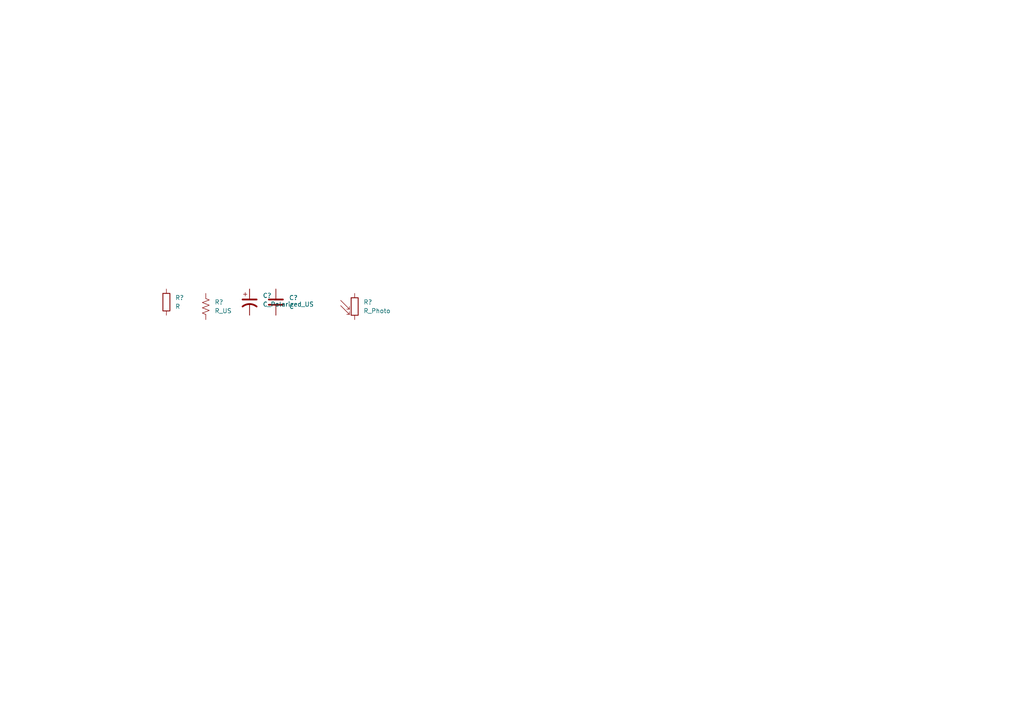
<source format=kicad_sch>
(kicad_sch (version 20211123) (generator eeschema)
  (paper "A4")
  (lib_symbols
    (symbol "Device:C" (pin_numbers hide) (pin_names (offset 0.254))
      (property "Reference" "C" (at 0.635 2.54 0))
      (property "Value" "C" (at 0.635 -2.54 0))
      (symbol "C_0_1"
        (polyline (pts (xy -2.032 -0.762) (xy 2.032 -0.762)) (stroke (width 0.508)))
        (polyline (pts (xy -2.032 0.762) (xy 2.032 0.762)) (stroke (width 0.508)))
      )
      (symbol "C_1_1"
        (pin passive line (at 0 3.81 270) (length 2.794) (name "~") (number "1"))
        (pin passive line (at 0 -3.81 90) (length 2.794) (name "~") (number "2"))
      )
    )
    (symbol "Device:C_Polarized_US" (pin_numbers hide) (pin_names (offset 0.254) hide)
      (property "Reference" "C" (at 0.635 2.54 0))
      (property "Value" "C_Polarized_US" (at 0.635 -2.54 0))
      (symbol "C_Polarized_US_0_1"
        (polyline (pts (xy -2.032 0.762) (xy 2.032 0.762)) (stroke (width 0.508)))
        (polyline (pts (xy -1.778 2.286) (xy -0.762 2.286)))
        (polyline (pts (xy -1.27 1.778) (xy -1.27 2.794)))
        (arc (start 2.032 -1.27) (mid 0 -0.5572) (end -2.032 -1.27) (stroke (width 0.508)))
      )
      (symbol "C_Polarized_US_1_1"
        (pin passive line (at 0 3.81 270) (length 2.794) (name "~") (number "1"))
        (pin passive line (at 0 -3.81 90) (length 3.302) (name "~") (number "2"))
      )
    )
    (symbol "Device:R" (pin_numbers hide) (pin_names (offset 0))
      (property "Reference" "R" (at 2.032 0 90))
      (property "Value" "R" (at 0 0 90))
      (symbol "R_0_1"
        (rectangle (start -1.016 -2.54) (end 1.016 2.54) (stroke (width 0.254)))
      )
      (symbol "R_1_1"
        (pin passive line (at 0 3.81 270) (length 1.27) (name "~") (number "1"))
        (pin passive line (at 0 -3.81 90) (length 1.27) (name "~") (number "2"))
      )
    )
    (symbol "Device:R_Photo" (pin_numbers hide) (pin_names (offset 0))
      (property "Reference" "R" (at 1.27 1.27 0))
      (property "Value" "R_Photo" (at 1.27 0 0))
      (symbol "R_Photo_0_1"
        (rectangle (start -1.016 2.54) (end 1.016 -2.54) (stroke (width 0.254)))
        (polyline (pts (xy -1.524 -2.286) (xy -4.064 0.254)))
        (polyline (pts (xy -1.524 -2.286) (xy -2.286 -2.286)))
        (polyline (pts (xy -1.524 -2.286) (xy -1.524 -1.524)))
        (polyline (pts (xy -1.524 -0.762) (xy -4.064 1.778)))
        (polyline (pts (xy -1.524 -0.762) (xy -2.286 -0.762)))
        (polyline (pts (xy -1.524 -0.762) (xy -1.524 0)))
      )
      (symbol "R_Photo_1_1"
        (pin passive line (at 0 3.81 270) (length 1.27) (name "~") (number "1"))
        (pin passive line (at 0 -3.81 90) (length 1.27) (name "~") (number "2"))
      )
    )
    (symbol "Device:R_US" (pin_numbers hide) (pin_names (offset 0))
      (property "Reference" "R" (at 2.54 0 90))
      (property "Value" "R_US" (at -2.54 0 90))
      (symbol "R_US_0_1"
        (polyline (pts (xy 0 -2.286) (xy 0 -2.54)))
        (polyline (pts (xy 0 2.286) (xy 0 2.54)))
        (polyline (pts (xy 0 -0.762) (xy 1.016 -1.143) (xy 0 -1.524) (xy -1.016 -1.905) (xy 0 -2.286)))
        (polyline (pts (xy 0 0.762) (xy 1.016 0.381) (xy 0 0) (xy -1.016 -0.381) (xy 0 -0.762)))
        (polyline (pts (xy 0 2.286) (xy 1.016 1.905) (xy 0 1.524) (xy -1.016 1.143) (xy 0 0.762)))
      )
      (symbol "R_US_1_1"
        (pin passive line (at 0 3.81 270) (length 1.27) (name "~") (number "1"))
        (pin passive line (at 0 -3.81 90) (length 1.27) (name "~") (number "2"))
      )
    )
  )
  (symbol (lib_id "Device:R") (at 48.26 87.63 0) (unit 1)
    (property "Reference" "R?" (at 50.8 86.3599 0) (effects (justify left)))
    (property "Value" "R" (at 50.8 88.8999 0) (effects (justify left)))
  )
  (symbol (lib_id "Device:R_Photo") (at 102.87 88.9 0) (unit 1)
    (property "Reference" "R?" (at 105.41 87.6299 0) (effects (justify left)))
    (property "Value" "R_Photo" (at 105.41 90.1699 0) (effects (justify left)))
  )
  (symbol (lib_id "Device:C_Polarized_US") (at 72.39 87.63 0) (unit 1)
    (property "Reference" "C?" (at 76.2 85.7249 0) (effects (justify left)))
    (property "Value" "C_Polarized_US" (at 76.2 88.2649 0) (effects (justify left)))
  )
  (symbol (lib_id "Device:C") (at 80.01 87.63 0) (unit 1)
    (property "Reference" "C?" (at 83.82 86.3599 0) (effects (justify left)))
    (property "Value" "C" (at 83.82 88.8999 0) (effects (justify left)))
  )
  (symbol (lib_id "Device:R_US") (at 59.69 88.9 0) (unit 1)
    (property "Reference" "R?" (at 62.23 87.6299 0) (effects (justify left)))
    (property "Value" "R_US" (at 62.23 90.1699 0) (effects (justify left)))
  )
)
</source>
